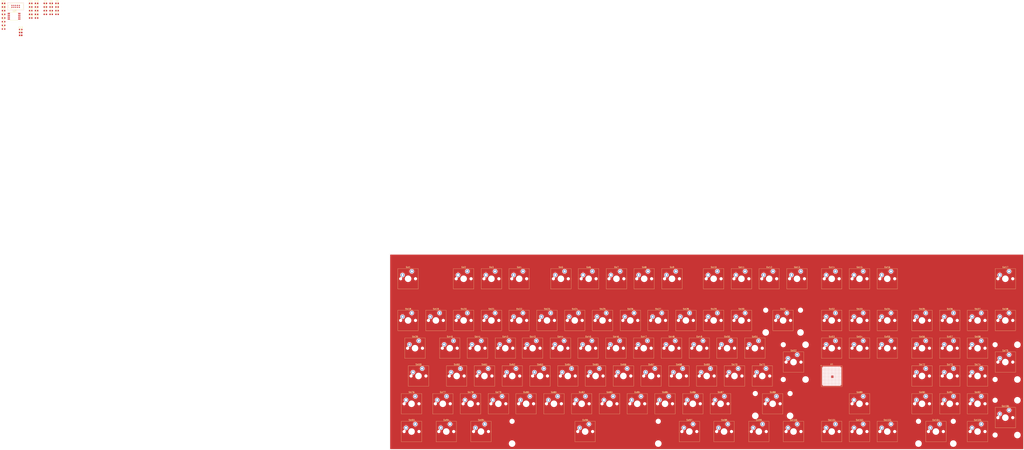
<source format=kicad_pcb>
(kicad_pcb (version 20241229) (generator "pcbnew") (generator_version "9.0")
  (layers (0 "F.Cu" signal) (4 "In1.Cu" signal) (6 "In2.Cu" signal) (2 "B.Cu" signal) (13 "F.Paste" user) (15 "B.Paste" user) (5 "F.SilkS" user "F.Silkscreen") (7 "B.SilkS" user "B.Silkscreen") (1 "F.Mask" user) (3 "B.Mask" user) (25 "Edge.Cuts" user))
  (net 0 "")
  (net 1 "+3V3")
  (net 2 "GND")
  (net 3 "+1V1")
  (net 4 "+2V5")
  (net 5 "/FPGA/FPGA config/FPGA_TMS")
  (net 6 "/FPGA/FPGA config/FPGA_TDI")
  (net 7 "/FPGA/FPGA config/FPGA_TDO")
  (net 11 "/FPGA/FPGA config/FPGA_TCK")
  (net 13 "/FPGA/FPGA config/Flash_~{CS}")
  (net 14 "/FPGA/K.Esc")
  (net 15 "/FPGA/K.F1")
  (net 16 "/FPGA/K.F2")
  (net 17 "/FPGA/K.F3")
  (net 18 "/FPGA/K.F4")
  (net 19 "/FPGA/K.F5")
  (net 20 "/FPGA/K.F6")
  (net 21 "/FPGA/K.F7")
  (net 22 "/FPGA/K.F8")
  (net 23 "/FPGA/K.F9")
  (net 24 "/FPGA/K.F10")
  (net 25 "/FPGA/K.F11")
  (net 26 "/FPGA/K.F12")
  (net 27 "/Keys/K.Print")
  (net 28 "/Keys/K.SLock")
  (net 29 "/FPGA/K.Pause")
  (net 30 "/FPGA/K.Lock")
  (net 31 "/Keys/K.Circ")
  (net 32 "/Keys/K._1")
  (net 33 "/Keys/K._2")
  (net 34 "/Keys/K._3")
  (net 35 "/Keys/K._4")
  (net 36 "/Keys/K._5")
  (net 37 "/Keys/K._6")
  (net 38 "/Keys/K._7")
  (net 39 "/Keys/K._8")
  (net 40 "/Keys/K._9")
  (net 41 "/Keys/K._0")
  (net 42 "/Keys/K.Acute")
  (net 43 "/Keys/K.Bksp")
  (net 44 "/Keys/K.Eszett")
  (net 45 "/Keys/K.Insert")
  (net 46 "/Keys/K.Home")
  (net 47 "/Keys/K.PgUp")
  (net 48 "/Keys/K.Tab")
  (net 49 "/Keys/K.Q")
  (net 50 "/Keys/K.W")
  (net 51 "/Keys/K.E")
  (net 52 "/Keys/K.R")
  (net 53 "/Keys/K.T")
  (net 54 "/Keys/K.Z")
  (net 55 "/Keys/K.U")
  (net 56 "/Keys/K.I")
  (net 57 "/Keys/K.O")
  (net 58 "/Keys/K.P")
  (net 59 "/Keys/K.UE")
  (net 60 "/Keys/K.Plus")
  (net 61 "/Keys/Kp.NLock")
  (net 62 "/Keys/K.Delete")
  (net 63 "/Keys/K.End")
  (net 64 "/Keys/K.PgDn")
  (net 65 "/Keys/Kp.Slash")
  (net 66 "/Keys/Kp.Star")
  (net 67 "/Keys/Kp.Minus")
  (net 68 "/Keys/Kp._7")
  (net 69 "/Keys/Kp._8")
  (net 70 "/Keys/Kp._9")
  (net 71 "/Keys/Kp._1")
  (net 72 "/Keys/Kp._4")
  (net 73 "/Keys/Kp._5")
  (net 74 "/Keys/Kp._6")
  (net 75 "/Keys/Kp.Plus")
  (net 76 "/Keys/Kp._2")
  (net 77 "/Keys/Kp._3")
  (net 78 "/Keys/Kp._0")
  (net 79 "/Keys/K.Comp")
  (net 80 "/Keys/Kp.Dot")
  (net 81 "/Keys/Kp.Rtrn")
  (net 82 "/Keys/K.A")
  (net 83 "/Keys/K.S")
  (net 84 "/Keys/K.D")
  (net 85 "/Keys/K.F")
  (net 86 "/Keys/K.G")
  (net 87 "/Keys/K.H")
  (net 88 "/Keys/K.J")
  (net 89 "/Keys/K.K")
  (net 90 "/Keys/K.L")
  (net 91 "/Keys/K.OE")
  (net 92 "/Keys/K.AE")
  (net 93 "/Keys/K.Hash")
  (net 94 "/Keys/K.LShift")
  (net 95 "/Keys/K.Y")
  (net 96 "/Keys/K.X")
  (net 97 "/Keys/K.C")
  (net 98 "/Keys/K.B")
  (net 99 "/Keys/K.N")
  (net 100 "/Keys/K.M")
  (net 101 "/Keys/K.Comma")
  (net 102 "/Keys/K.Dot")
  (net 103 "/Keys/K.Minus")
  (net 104 "/Keys/K.RShift")
  (net 105 "/Keys/K.Up")
  (net 106 "/Keys/K.Left")
  (net 107 "/Keys/K.Down")
  (net 108 "/Keys/K.Right")
  (net 109 "/Keys/K.LCtrl")
  (net 110 "/Keys/K.LMeta")
  (net 111 "/Keys/K.Alt")
  (net 112 "/Keys/K.Space")
  (net 113 "/Keys/K.AltGr")
  (net 114 "/Keys/K.RMeta")
  (net 115 "/Keys/K.Menu")
  (net 116 "/Keys/K.RCtrl")
  (net 117 "/Keys/K.Rtrn")
  (net 118 "/FPGA/FPGA config/Flash_CLK")
  (net 119 "/FPGA/FPGA config/Flash_IO1")
  (net 120 "/FPGA/FPGA config/Flash_IO2")
  (net 121 "/FPGA/FPGA config/Flash_IO0")
  (net 122 "/FPGA/FPGA config/Flash_IO3")
  (net 123 "/Keys/K.Lt")
  (net 124 "/Keys/K.V")
  (net 135 "/FPGA/FPGA config/FPGA_~{Reset}")
  (net 305 "/FPGA/CLK_48MHz")
  (footprint "Button_Switch_Keyboard:SW_Cherry_MX_1.00u_PCB" (layer "F.Cu") (at 323.29 167.42)
    (property "Reference" "SW30")
    (property "Value" "Akut")
  )
  (footprint "Button_Switch_Keyboard:SW_Cherry_MX_2.00u_PCB" (layer "F.Cu") (at 456.29 243.42)
    (property "Reference" "SW104")
    (property "Value" "0")
  )
  (footprint "Capacitor_SMD:C_0603_1608Metric" (layer "F.Cu") (at -165.37 -41.87)
    (property "Reference" "C15")
    (property "Value" "1µF")
  )
  (footprint "Capacitor_SMD:C_0603_1608Metric" (layer "F.Cu") (at -183.93 -39.36)
    (property "Reference" "C26")
    (property "Value" "1µF")
  )
  (footprint "Button_Switch_Keyboard:SW_Cherry_MX_1.00u_PCB" (layer "F.Cu") (at 404.04 186.42)
    (property "Reference" "SW54")
    (property "Value" "Ende")
  )
  (footprint "Button_Switch_Keyboard:SW_Cherry_MX_1.25u_PCB" (layer "F.Cu") (at 145.165 243.42)
    (property "Reference" "SW95")
    (property "Value" "Alt")
  )
  (footprint "Button_Switch_Keyboard:SW_Cherry_MX_1.00u_PCB" (layer "F.Cu") (at 266.29 167.42)
    (property "Reference" "SW27")
    (property "Value" "9")
  )
  (footprint "Button_Switch_Keyboard:SW_Cherry_MX_1.00u_PCB" (layer "F.Cu") (at 261.54 205.42)
    (property "Reference" "SW67")
    (property "Value" "K")
  )
  (footprint "Button_Switch_Keyboard:SW_Cherry_MX_1.00u_PCB" (layer "F.Cu") (at 204.54 205.42)
    (property "Reference" "SW64")
    (property "Value" "G")
  )
  (footprint "Button_Switch_Keyboard:SW_Cherry_MX_1.00u_PCB" (layer "F.Cu") (at 157.04 224.42)
    (property "Reference" "SW79")
    (property "Value" "X")
  )
  (footprint "Button_Switch_Keyboard:SW_Cherry_MX_1.00u_PCB" (layer "F.Cu") (at 95.29 138.92)
    (property "Reference" "SW1")
    (property "Value" "Esc")
  )
  (footprint "Button_Switch_Keyboard:SW_Cherry_MX_1.00u_PCB" (layer "F.Cu") (at 446.79 167.42)
    (property "Reference" "SW35")
    (property "Value" "NumLock")
  )
  (footprint "Button_Switch_Keyboard:SW_Cherry_MX_1.00u_PCB" (layer "F.Cu") (at 275.46 186.42)
    (property "Reference" "SW48")
    (property "Value" "O")
  )
  (footprint "Button_Switch_Keyboard:SW_Cherry_MX_1.00u_PCB" (layer "F.Cu") (at 119.04 224.42)
    (property "Reference" "SW77")
    (property "Value" "<")
  )
  (footprint "Capacitor_SMD:C_0603_1608Metric" (layer "F.Cu") (at -161.36 -44.38)
    (property "Reference" "C19")
    (property "Value" "1µF")
  )
  (footprint "Button_Switch_Keyboard:SW_Cherry_MX_1.00u_PCB" (layer "F.Cu") (at 95.29 167.42)
    (property "Reference" "SW18")
    (property "Value" "Zirkumflex")
  )
  (footprint "Button_Switch_Keyboard:SW_Cherry_MX_1.00u_PCB" (layer "F.Cu") (at 185.54 205.42)
    (property "Reference" "SW63")
    (property "Value" "F")
  )
  (footprint "Button_Switch_Keyboard:SW_Cherry_MX_1.00u_PCB" (layer "F.Cu") (at 195.04 224.42)
    (property "Reference" "SW81")
    (property "Value" "V")
  )
  (footprint "Capacitor_SMD:C_0603_1608Metric" (layer "F.Cu") (at -147.33 -39.36)
    (property "Reference" "C11")
    (property "Value" "1µF")
  )
  (footprint "Button_Switch_Keyboard:SW_Cherry_MX_1.50u_PCB" (layer "F.Cu") (at 100.04 186.42)
    (property "Reference" "SW39")
    (property "Value" "Tab")
  )
  (footprint "Button_Switch_Keyboard:SW_Cherry_MX_1.00u_PCB" (layer "F.Cu") (at 423.04 243.42)
    (property "Reference" "SW103")
    (property "Value" "→")
  )
  (footprint "Button_Switch_Keyboard:SW_Cherry_MX_1.00u_PCB" (layer "F.Cu") (at 361.29 138.92)
    (property "Reference" "SW13")
    (property "Value" "F12")
  )
  (footprint "Capacitor_SMD:C_0603_1608Metric" (layer "F.Cu") (at -183.93 -41.87)
    (property "Reference" "C25")
    (property "Value" "1µF")
  )
  (footprint "Button_Switch_Keyboard:SW_Cherry_MX_1.00u_PCB" (layer "F.Cu") (at 218.79 138.92)
    (property "Reference" "SW6")
    (property "Value" "F5")
  )
  (footprint "Button_Switch_Keyboard:SW_Cherry_MX_1.00u_PCB" (layer "F.Cu") (at 161.79 186.42)
    (property "Reference" "SW42")
    (property "Value" "E")
  )
  (footprint "Button_Switch_Keyboard:SW_Cherry_MX_1.00u_PCB" (layer "F.Cu") (at 332.46 186.42)
    (property "Reference" "SW51")
    (property "Value" "Plus")
  )
  (footprint "Button_Switch_Keyboard:SW_Cherry_MX_1.00u_PCB" (layer "F.Cu") (at 133.29 138.92)
    (property "Reference" "SW2")
    (property "Value" "F1")
  )
  (footprint "Capacitor_SMD:C_0603_1608Metric" (layer "F.Cu") (at -161.36 -36.85)
    (property "Reference" "C22")
    (property "Value" "1µF")
  )
  (footprint "Button_Switch_Keyboard:SW_Cherry_MX_1.00u_PCB" (layer "F.Cu") (at 318.54 205.42)
    (property "Reference" "SW70")
    (property "Value" "Ä")
  )
  (footprint "Button_Switch_Keyboard:SW_Cherry_MX_1.00u_PCB" (layer "F.Cu") (at 171.29 167.42)
    (property "Reference" "SW22")
    (property "Value" "4")
  )
  (footprint "Button_Switch_Keyboard:SW_Cherry_MX_1.00u_PCB" (layer "F.Cu") (at 252.04 224.42)
    (property "Reference" "SW84")
    (property "Value" "M")
  )
  (footprint "Button_Switch_Keyboard:SW_Cherry_MX_1.00u_PCB" (layer "F.Cu") (at 342.29 138.92)
    (property "Reference" "SW12")
    (property "Value" "F11")
  )
  (footprint "Capacitor_SMD:C_0603_1608Metric" (layer "F.Cu") (at -147.33 -36.85)
    (property "Reference" "C12")
    (property "Value" "100nF")
  )
  (footprint "Connector:Tag-Connect_TC2050-IDC-NL_2x05_P1.27mm_Vertical_with_bottom_clip" (layer "F.Cu") (at -175.65 -42.32)
    (property "Reference" "J1")
    (property "Value" "TC2050")
  )
  (footprint "Button_Switch_Keyboard:SW_Cherry_MX_1.25u_PCB" (layer "F.Cu") (at 121.415 243.42)
    (property "Reference" "SW94")
    (property "Value" "Meta")
  )
  (footprint "Button_Switch_Keyboard:SW_Cherry_MX_1.00u_PCB" (layer "F.Cu") (at 275.79 138.92)
    (property "Reference" "SW9")
    (property "Value" "F8")
  )
  (footprint "Resistor_SMD:R_0603_1608Metric" (layer "F.Cu") (at -183.93 -34.34)
    (property "Reference" "R2")
    (property "Value" "10k")
  )
  (footprint "Button_Switch_Keyboard:SW_Cherry_MX_1.00u_PCB" (layer "F.Cu") (at 304.29 167.42)
    (property "Reference" "SW29")
    (property "Value" "Eszett")
  )
  (footprint "Package_BGA:BGA-256_14.0x14.0mm_Layout16x16_P0.8mm_Ball0.45mm_Pad0.32mm_NSMD" (layer "F.Cu") (at 382.5 210.625)
    (property "Reference" "U1")
    (property "Value" "LFE5U-25F-6BG256x")
  )
  (footprint "Button_Switch_Keyboard:SW_Cherry_MX_1.00u_PCB" (layer "F.Cu") (at 294.46 186.42)
    (property "Reference" "SW49")
    (property "Value" "P")
  )
  (footprint "Button_Switch_Keyboard:SW_Cherry_MX_1.00u_PCB" (layer "F.Cu") (at 423.04 186.42)
    (property "Reference" "SW55")
    (property "Value" "Bild↓")
  )
  (footprint "Capacitor_SMD:C_0603_1608Metric" (layer "F.Cu") (at -155.35 -44.38)
    (property "Reference" "C1")
    (property "Value" "1µF")
  )
  (footprint "Button_Switch_Keyboard:SW_Cherry_MX_1.00u_PCB" (layer "F.Cu") (at 404.04 167.42)
    (property "Reference" "SW33")
    (property "Value" "Pos1")
  )
  (footprint "Button_Switch_Keyboard:SW_Cherry_MX_1.00u_PCB" (layer "F.Cu") (at 503.79 138.92)
    (property "Reference" "SW17")
    (property "Value" "Sperren")
  )
  (footprint "Button_Switch_Keyboard:SW_Cherry_MX_1.00u_PCB" (layer "F.Cu") (at 228.29 167.42)
    (property "Reference" "SW25")
    (property "Value" "7")
  )
  (footprint "Button_Switch_Keyboard:SW_Cherry_MX_1.00u_PCB" (layer "F.Cu") (at 484.79 205.42)
    (property "Reference" "SW74")
    (property "Value" "6")
  )
  (footprint "Button_Switch_Keyboard:SW_Cherry_MX_1.00u_PCB" (layer "F.Cu") (at 152.29 167.42)
    (property "Reference" "SW21")
    (property "Value" "3")
  )
  (footprint "Capacitor_SMD:C_0603_1608Metric" (layer "F.Cu") (at -165.37 -39.36)
    (property "Reference" "C16")
    (property "Value" "100nF")
  )
  (footprint "Button_Switch_Keyboard:SW_Cherry_MX_1.00u_PCB" (layer "F.Cu") (at 309.04 224.42)
    (property "Reference" "SW87")
    (property "Value" "Minus")
  )
  (footprint "Button_Switch_Keyboard:SW_Cherry_MX_1.00u_PCB" (layer "F.Cu") (at 142.79 186.42)
    (property "Reference" "SW41")
    (property "Value" "W")
  )
  (footprint "Button_Switch_Keyboard:SW_Cherry_MX_1.00u_PCB" (layer "F.Cu") (at 147.54 205.42)
    (property "Reference" "SW61")
    (property "Value" "S")
  )
  (footprint "Button_Switch_Keyboard:SW_Cherry_MX_1.00u_PCB" (layer "F.Cu") (at 256.46 186.42)
    (property "Reference" "SW47")
    (property "Value" "I")
  )
  (footprint "Button_Switch_Keyboard:SW_Cherry_MX_1.00u_PCB" (layer "F.Cu") (at 465.79 167.42)
    (property "Reference" "SW36")
    (property "Value" "Schrägstrich")
  )
  (footprint "Capacitor_SMD:C_0603_1608Metric" (layer "F.Cu") (at -155.35 -36.85)
    (property "Reference" "C4")
    (property "Value" "100nF")
  )
  (footprint "Button_Switch_Keyboard:SW_Cherry_MX_1.00u_PCB" (layer "F.Cu") (at 484.79 167.42)
    (property "Reference" "SW37")
    (property "Value" "Sternchen")
  )
  (footprint "Button_Switch_Keyboard:SW_Cherry_MX_1.00u_PCB" (layer "F.Cu") (at 271.04 224.42)
    (property "Reference" "SW85")
    (property "Value" "Komma")
  )
  (footprint "Button_Switch_Keyboard:SW_Cherry_MX_1.00u_PCB" (layer "F.Cu") (at 180.46 186.42)
    (property "Reference" "SW43")
    (property "Value" "R")
  )
  (footprint "Button_Switch_Keyboard:SW_Cherry_MX_1.00u_PCB" (layer "F.Cu") (at 123.79 186.42)
    (property "Reference" "SW40")
    (property "Value" "Q")
  )
  (footprint "Button_Switch_Keyboard:SW_Cherry_MX_1.00u_PCB" (layer "F.Cu") (at 323.29 138.92)
    (property "Reference" "SW11")
    (property "Value" "F10")
  )
  (footprint "Button_Switch_Keyboard:SW_Cherry_MX_2.00u_Vertical_PCB" (layer "F.Cu") (at 503.79 233.92)
    (property "Reference" "SW106")
    (property "Value" "Eingabe")
  )
  (footprint "Button_Switch_Keyboard:SW_Cherry_MX_1.00u_PCB" (layer "F.Cu") (at 484.79 243.42)
    (property "Reference" "SW105")
    (property "Value" "Komma")
  )
  (footprint "Button_Switch_Keyboard:SW_Cherry_MX_1.00u_PCB" (layer "F.Cu") (at 404.04 138.92)
    (property "Reference" "SW15")
    (property "Value" "Rollen")
  )
  (footprint "Button_Switch_Keyboard:SW_Cherry_MX_ISOEnter_PCB" (layer "F.Cu") (at 358.915 195.92)
    (property "Reference" "SW52")
    (property "Value" "Eingabe")
  )
  (footprint "Button_Switch_Keyboard:SW_Cherry_MX_1.25u_PCB" (layer "F.Cu") (at 358.915 243.42)
    (property "Reference" "SW100")
    (property "Value" "Steuerung")
  )
  (footprint "Capacitor_SMD:C_0603_1608Metric" (layer "F.Cu") (at -151.34 -44.38)
    (property "Reference" "C5")
    (property "Value" "1µF")
  )
  (footprint "Button_Switch_Keyboard:SW_Cherry_MX_1.00u_PCB" (layer "F.Cu") (at 465.79 205.42)
    (property "Reference" "SW73")
    (property "Value" "5")
  )
  (footprint "Capacitor_SMD:C_0603_1608Metric" (layer "F.Cu") (at -161.36 -39.36)
    (property "Reference" "C21")
    (property "Value" "100nF")
  )
  (footprint "Button_Switch_Keyboard:SW_Cherry_MX_1.00u_PCB" (layer "F.Cu") (at 176.04 224.42)
    (property "Reference" "SW80")
    (property "Value" "C")
  )
  (footprint "Button_Switch_Keyboard:SW_Cherry_MX_2.75u_PCB" (layer "F.Cu") (at 344.665 224.42)
    (property "Reference" "SW88")
    (property "Value" "Umschalt")
  )
  (footprint "Button_Switch_Keyboard:SW_Cherry_MX_1.00u_PCB" (layer "F.Cu") (at 465.79 224.42)
    (property "Reference" "SW91")
    (property "Value" "2")
  )
  (footprint "Button_Switch_Keyboard:SW_Cherry_MX_1.00u_PCB" (layer "F.Cu") (at 404.04 224.42)
    (property "Reference" "SW89")
    (property "Value" "↑")
  )
  (footprint "Button_Switch_Keyboard:SW_Cherry_MX_1.00u_PCB" (layer "F.Cu") (at 446.79 224.42)
    (property "Reference" "SW90")
    (property "Value" "1")
  )
  (footprint "Button_Switch_Keyboard:SW_Cherry_MX_1.00u_PCB" (layer "F.Cu") (at 285.29 167.42)
    (property "Reference" "SW28")
    (property "Value" "0")
  )
  (footprint "Button_Switch_Keyboard:SW_Cherry_MX_1.25u_PCB" (layer "F.Cu") (at 287.665 243.42)
    (property "Reference" "SW97")
    (property "Value" "AltGr")
  )
  (footprint "Button_Switch_Keyboard:SW_Cherry_MX_1.00u_PCB" (layer "F.Cu") (at 223.54 205.42)
    (property "Reference" "SW65")
    (property "Value" "H")
  )
  (footprint "Capacitor_SMD:C_0603_1608Metric" (layer "F.Cu") (at -183.93 -44.38)
    (property "Reference" "C24")
    (property "Value" "100nF")
  )
  (footprint "Resistor_SMD:R_0603_1608Metric" (layer "F.Cu") (at -183.93 -29.32)
    (property "Reference" "R4")
    (property "Value" "10k")
  )
  (footprint "Capacitor_SMD:C_0603_1608Metric" (layer "F.Cu") (at -155.35 -39.36)
    (property "Reference" "C3")
    (property "Value" "1µF")
  )
  (footprint "Button_Switch_Keyboard:SW_Cherry_MX_1.00u_PCB" (layer "F.Cu") (at 423.04 138.92)
    (property "Reference" "SW16")
    (property "Value" "Pause")
  )
  (footprint "Button_Switch_Keyboard:SW_Cherry_MX_1.00u_PCB" (layer "F.Cu") (at 237.79 138.92)
    (property "Reference" "SW7")
    (property "Value" "F6")
  )
  (footprint "Button_Switch_Keyboard:SW_Cherry_MX_1.00u_PCB" (layer "F.Cu") (at 190.29 167.42)
    (property "Reference" "SW23")
    (property "Value" "5")
  )
  (footprint "Button_Switch_Keyboard:SW_Cherry_MX_1.00u_PCB" (layer "F.Cu") (at 199.79 138.92)
    (property "Reference" "SW5")
    (property "Value" "F4")
  )
  (footprint "Button_Switch_Keyboard:SW_Cherry_MX_1.00u_PCB" (layer "F.Cu") (at 304.29 138.92)
    (property "Reference" "SW10")
    (property "Value" "F9")
  )
  (footprint "Button_Switch_Keyboard:SW_Cherry_MX_1.00u_PCB" (layer "F.Cu") (at 233.04 224.42)
    (property "Reference" "SW83")
    (property "Value" "N")
  )
  (footprint "Button_Switch_Keyboard:SW_Cherry_MX_1.25u_PCB" (layer "F.Cu") (at 335.165 243.42)
    (property "Reference" "SW99")
    (property "Value" "Menü")
  )
  (footprint "Capacitor_SMD:C_0603_1608Metric" (layer "F.Cu") (at -147.33 -44.38)
    (property "Reference" "C9")
    (property "Value" "1µF")
  )
  (footprint "Capacitor_SMD:C_0603_1608Metric" (layer "F.Cu") (at -165.37 -44.38)
    (property "Reference" "C14")
    (property "Value" "1µF")
  )
  (footprint "Button_Switch_Keyboard:SW_Cherry_MX_1.00u_PCB" (layer "F.Cu") (at 199.46 186.42)
    (property "Reference" "SW44")
    (property "Value" "T")
  )
  (footprint "Capacitor_SMD:C_0603_1608Metric" (layer "F.Cu") (at -151.34 -41.87)
    (property "Reference" "C6")
    (property "Value" "100nF")
  )
  (footprint "Resistor_SMD:R_0603_1608Metric" (layer "F.Cu") (at -183.93 -31.83)
    (property "Reference" "R3")
    (property "Value" "10k")
  )
  (footprint "Button_Switch_Keyboard:SW_Cherry_MX_2.00u_PCB" (layer "F.Cu") (at 351.79 167.42)
    (property "Reference" "SW31")
    (property "Value" "Rücktaste")
  )
  (footprint "Button_Switch_Keyboard:SW_Cherry_MX_1.25u_PCB" (layer "F.Cu") (at 97.665 243.42)
    (property "Reference" "SW93")
    (property "Value" "Steuerung")
  )
  (footprint "Button_Switch_Keyboard:SW_Cherry_MX_1.00u_PCB" (layer "F.Cu") (at 256.79 138.92)
    (property "Reference" "SW8")
    (property "Value" "F7")
  )
  (footprint "Button_Switch_Keyboard:SW_Cherry_MX_1.00u_PCB" (layer "F.Cu") (at 114.29 167.42)
    (property "Reference" "SW19")
    (property "Value" "1")
  )
  (footprint "Capacitor_SMD:C_0603_1608Metric" (layer "F.Cu") (at -165.37 -36.85)
    (property "Reference" "C17")
    (property "Value" "1µF")
  )
  (footprint "Button_Switch_Keyboard:SW_Cherry_MX_1.00u_PCB" (layer "F.Cu") (at 242.54 205.42)
    (property "Reference" "SW66")
    (property "Value" "J")
  )
  (footprint "Button_Switch_Keyboard:SW_Cherry_MX_1.00u_PCB" (layer "F.Cu") (at 423.04 167.42)
    (property "Reference" "SW34")
    (property "Value" "Bild↑")
  )
  (footprint "Capacitor_SMD:C_0603_1608Metric" (layer "F.Cu") (at -147.33 -41.87)
    (property "Reference" "C10")
    (property "Value" "100nF")
  )
  (footprint "Button_Switch_Keyboard:SW_Cherry_MX_1.00u_PCB" (layer "F.Cu") (at 214.04 224.42)
    (property "Reference" "SW82")
    (property "Value" "B")
  )
  (footprint "Button_Switch_Keyboard:SW_Cherry_MX_1.00u_PCB" (layer "F.Cu") (at 218.46 186.42)
    (property "Reference" "SW45")
    (property "Value" "Z")
  )
  (footprint "Button_Switch_Keyboard:SW_Cherry_MX_1.00u_PCB" (layer "F.Cu") (at 337.54 205.42)
    (property "Reference" "SW71")
    (property "Value" "Raute")
  )
  (footprint "Button_Switch_Keyboard:SW_Cherry_MX_1.00u_PCB" (layer "F.Cu") (at 484.79 224.42)
    (property "Reference" "SW92")
    (property "Value" "3")
  )
  (footprint "Button_Switch_Keyboard:SW_Cherry_MX_1.00u_PCB" (layer "F.Cu") (at 465.79 186.42)
    (property "Reference" "SW57")
    (property "Value" "8")
  )
  (footprint "Button_Switch_Keyboard:SW_Cherry_MX_1.00u_PCB" (layer "F.Cu") (at 166.54 205.42)
    (property "Reference" "SW62")
    (property "Value" "D")
  )
  (footprint "Button_Switch_Keyboard:SW_Cherry_MX_1.00u_PCB" (layer "F.Cu") (at 171.29 138.92)
    (property "Reference" "SW4")
    (property "Value" "F3")
  )
  (footprint "Capacitor_SMD:C_0603_1608Metric" (layer "F.Cu") (at -151.34 -39.36)
    (property "Reference" "C7")
    (property "Value" "1µF")
  )
  (footprint "Button_Switch_Keyboard:SW_Cherry_MX_1.00u_PCB" (layer "F.Cu") (at 503.79 167.42)
    (property "Reference" "SW38")
    (property "Value" "Minus")
  )
  (footprint "Button_Switch_Keyboard:SW_Cherry_MX_1.00u_PCB" (layer "F.Cu") (at 128.54 205.42)
    (property "Reference" "SW60")
    (property "Value" "A")
  )
  (footprint "Button_Switch_Keyboard:SW_Cherry_MX_1.25u_PCB" (layer "F.Cu") (at 97.665 224.42)
    (property "Reference" "SW76")
    (property "Value" "Umschalt")
  )
  (footprint "Capacitor_SMD:C_0603_1608Metric" (layer "F.Cu") (at -165.37 -34.34)
    (property "Reference" "C18")
    (property "Value" "100nF")
  )
  (footprint "Button_Switch_Keyboard:SW_Cherry_MX_1.00u_PCB" (layer "F.Cu") (at 404.04 243.42)
    (property "Reference" "SW102")
    (property "Value" "↓")
  )
  (footprint "Oscillator:Oscillator_SMD_Kyocera_KC2520Z-4Pin_2.5x2.0mm" (layer "F.Cu") (at -172.225 -23.45)
    (property "Reference" "Y1")
    (property "Value" "KC2520Z")
  )
  (footprint "Button_Switch_Keyboard:SW_Cherry_MX_1.00u_PCB" (layer "F.Cu") (at 484.79 186.42)
    (property "Reference" "SW58")
    (property "Value" "9")
  )
  (footprint "Button_Switch_Keyboard:SW_Cherry_MX_1.00u_PCB" (layer "F.Cu") (at 247.29 167.42)
    (property "Reference" "SW26")
    (property "Value" "8")
  )
  (footprint "Button_Switch_Keyboard:SW_Cherry_MX_1.00u_PCB" (layer "F.Cu") (at 152.29 138.92)
    (property "Reference" "SW3")
    (property "Value" "F2")
  )
  (footprint "Button_Switch_Keyboard:SW_Cherry_MX_6.25u_PCB" (layer "F.Cu") (at 216.415 243.42)
    (property "Reference" "SW96")
    (property "Value" "Leertaste")
  )
  (footprint "Button_Switch_Keyboard:SW_Cherry_MX_1.00u_PCB" (layer "F.Cu") (at 313.46 186.42)
    (property "Reference" "SW50")
    (property "Value" "Ü")
  )
  (footprint "Button_Switch_Keyboard:SW_Cherry_MX_1.00u_PCB" (layer "F.Cu") (at 133.29 167.42)
    (property "Reference" "SW20")
    (property "Value" "2")
  )
  (footprint "Capacitor_SMD:C_0603_1608Metric" (layer "F.Cu") (at -151.34 -36.85)
    (property "Reference" "C8")
    (property "Value" "100nF")
  )
  (footprint "Capacitor_SMD:C_0603_1608Metric" (layer "F.Cu") (at -161.36 -34.34)
    (property "Reference" "C23")
    (property "Value" "100nF")
  )
  (footprint "Button_Switch_Keyboard:SW_Cherry_MX_1.00u_PCB" (layer "F.Cu") (at 237.46 186.42)
    (property "Reference" "SW46")
    (property "Value" "U")
  )
  (footprint "Capacitor_SMD:C_0603_1608Metric" (layer "F.Cu") (at -172.225 -26.45)
    (property "Reference" "C13")
    (property "Value" "1µF")
  )
  (footprint "Resistor_SMD:R_0603_1608Metric" (layer "F.Cu") (at -183.93 -36.85)
    (property "Reference" "R1")
    (property "Value" "10k")
  )
  (footprint "Button_Switch_Keyboard:SW_Cherry_MX_1.00u_PCB" (layer "F.Cu") (at 385.04 167.42)
    (property "Reference" "SW32")
    (property "Value" "Einfügen")
  )
  (footprint "Button_Switch_Keyboard:SW_Cherry_MX_1.00u_PCB" (layer "F.Cu") (at 385.04 186.42)
    (property "Reference" "SW53")
    (property "Value" "Entfernen")
  )
  (footprint "Button_Switch_Keyboard:SW_Cherry_MX_1.00u_PCB" (layer "F.Cu") (at 385.04 243.42)
    (property "Reference" "SW101")
    (property "Value" "←")
  )
  (footprint "Button_Switch_Keyboard:SW_Cherry_MX_1.00u_PCB" (layer "F.Cu") (at 209.29 167.42)
    (property "Reference" "SW24")
    (property "Value" "6")
  )
  (footprint "Capacitor_SMD:C_0603_1608Metric" (layer "F.Cu") (at -161.36 -41.87)
    (property "Reference" "C20")
    (property "Value" "1µF")
  )
  (footprint "Button_Switch_Keyboard:SW_Cherry_MX_1.00u_PCB" (layer "F.Cu") (at 280.54 205.42)
    (property "Reference" "SW68")
    (property "Value" "L")
  )
  (footprint "Button_Switch_Keyboard:SW_Cherry_MX_1.25u_PCB" (layer "F.Cu") (at 311.415 243.42)
    (property "Reference" "SW98")
    (property "Value" "Meta")
  )
  (footprint "Button_Switch_Keyboard:SW_Cherry_MX_1.00u_PCB" (layer "F.Cu") (at 290.04 224.42)
    (property "Reference" "SW86")
    (property "Value" "Punkt")
  )
  (footprint "Capacitor_SMD:C_0603_1608Metric" (layer "F.Cu") (at -155.35 -41.87)
    (property "Reference" "C2")
    (property "Value" "100nF")
  )
  (footprint "Button_Switch_Keyboard:SW_Cherry_MX_1.00u_PCB" (layer "F.Cu") (at 446.79 186.42)
    (property "Reference" "SW56")
    (property "Value" "7")
  )
  (footprint "Resistor_SMD:R_0603_1608Metric" (layer "F.Cu") (at -183.93 -26.81)
    (property "Reference" "R5")
    (property "Value" "1k")
  )
  (footprint "Button_Switch_Keyboard:SW_Cherry_MX_2.00u_Vertical_PCB" (layer "F.Cu") (at 503.79 195.92)
    (property "Reference" "SW75")
    (property "Value" "Plus")
  )
  (footprint "Button_Switch_Keyboard:SW_Cherry_MX_1.75u_PCB" (layer "F.Cu") (at 102.415 205.42)
    (property "Reference" "SW59")
    (property "Value" "Compose")
  )
  (footprint "Package_SO:SOIC-8_5.3x5.3mm_P1.27mm" (layer "F.Cu") (at -176.75 -35.58)
    (property "Reference" "U2")
    (property "Value" "W25Q128JVS")
  )
  (footprint "Button_Switch_Keyboard:SW_Cherry_MX_1.00u_PCB" (layer "F.Cu") (at 138.04 224.42)
    (property "Reference" "SW78")
    (property "Value" "Y")
  )
  (footprint "Button_Switch_Keyboard:SW_Cherry_MX_1.00u_PCB" (layer "F.Cu") (at 385.04 138.92)
    (property "Reference" "SW14")
    (property "Value" "Druck")
  )
  (footprint "Button_Switch_Keyboard:SW_Cherry_MX_1.00u_PCB" (layer "F.Cu") (at 299.54 205.42)
    (property "Reference" "SW69")
    (property "Value" "Ö")
  )
  (footprint "Button_Switch_Keyboard:SW_Cherry_MX_1.00u_PCB" (layer "F.Cu") (at 446.79 205.42)
    (property "Reference" "SW72")
    (property "Value" "4")
  )
  (gr_line (start 514 127) (end 514 261) (stroke (width 0.05)) (layer "Edge.Cuts"))
  (gr_line (start 514 261) (end 80 261) (stroke (width 0.05)) (layer "Edge.Cuts"))
  (gr_line (start 80 261) (end 80 127) (stroke (width 0.05)) (layer "Edge.Cuts"))
  (gr_line (start 80 127) (end 514 127) (stroke (width 0.05)) (layer "Edge.Cuts"))
  (zone (net 2) (net_name "GND") (layers "F.Cu" "B.Cu" "In1.Cu") (connect_pads (clearance 0.5)) (min_thickness 0.25) (fill yes (thermal_gap 0.5) (thermal_bridge_width 0.5))
    (polygon (pts (xy 80 127) (xy 514 127) (xy 514 261) (xy 80 261)))
  )
)
</source>
